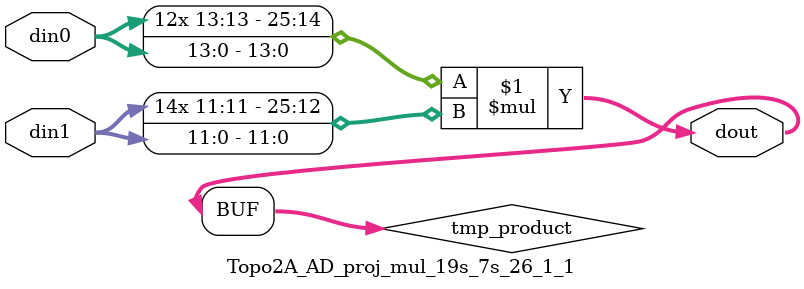
<source format=v>

`timescale 1 ns / 1 ps

 (* use_dsp = "no" *)  module Topo2A_AD_proj_mul_19s_7s_26_1_1(din0, din1, dout);
parameter ID = 1;
parameter NUM_STAGE = 0;
parameter din0_WIDTH = 14;
parameter din1_WIDTH = 12;
parameter dout_WIDTH = 26;

input [din0_WIDTH - 1 : 0] din0; 
input [din1_WIDTH - 1 : 0] din1; 
output [dout_WIDTH - 1 : 0] dout;

wire signed [dout_WIDTH - 1 : 0] tmp_product;



























assign tmp_product = $signed(din0) * $signed(din1);








assign dout = tmp_product;





















endmodule

</source>
